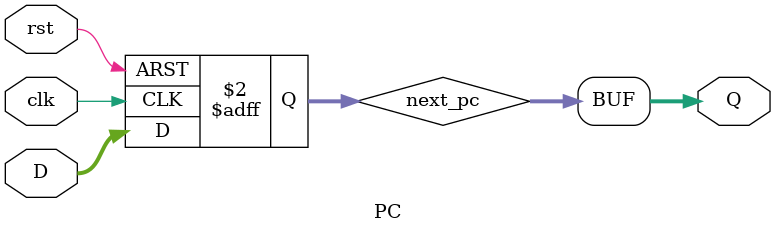
<source format=v>
`timescale 1ns / 1ps


module PC(
    input clk,
    input rst,
    input [31:0] D,

    output [31:0] Q
);

reg [31:0] next_pc;
assign Q=next_pc;

    always @(posedge clk or posedge rst) begin
        if(rst)next_pc<=32'b0;
        else next_pc<=D;
    end

endmodule

</source>
